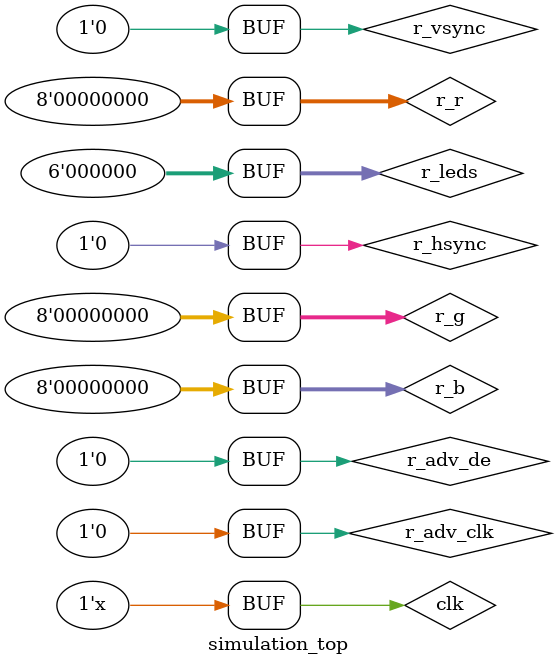
<source format=sv>
`timescale 1ns / 1ns


module simulation_top(

    );
    reg clk = 0;
    
    // Generate clock
    always #5 clk = ~clk;
    
    // Output registers 
    reg [7:0] r_r = 0;
    reg [7:0] r_g = 0;
    reg [7:0] r_b = 0;
    reg r_hsync = 1'b0;
    reg r_vsync = 1'b0;
    reg r_adv_de = 1'b0;
    reg r_adv_clk = 1'b0;
    
    // Leds
    reg [5:0] r_leds = 0;
    
    // Instatiate module
    aars_video_top aars_sym_top (
    .sys_clk(clk),
    .sys_rst_n(1'b1),
    .leds(r_leds),
    .o_hsync(r_hsync),
    .o_vsync(r_vsync),
    .o_adv_de(r_adv_de),
    .o_adv_clk(r_adv_clk),
    .o_r(r_r),
    .o_g(r_g),
    .o_b(r_b)
    );
endmodule

</source>
